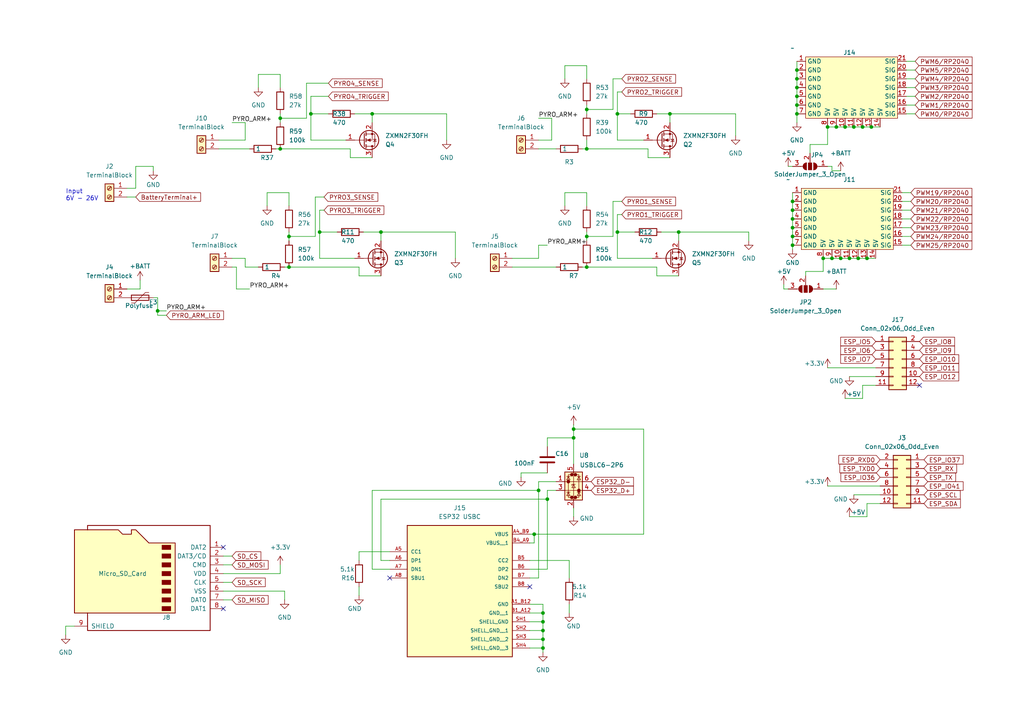
<source format=kicad_sch>
(kicad_sch (version 20231120) (generator "eeschema") (generator_version "8.0")
  (paper "A4")
  (lib_symbols
    (symbol "+3.3V_1" (power) (pin_numbers hide) (pin_names (offset 0) hide)
      (property "Value" "+3.3V" (at 0 3.556 0))
      (symbol "+3.3V_1_1_1"
        (pin power_in line (at 0 0 90) (length 0) (name "~") (number "1"))
      )
    )
    (symbol "+5V_1" (power) (pin_numbers hide) (pin_names (offset 0) hide)
      (property "Value" "+5V" (at 0 3.556 0))
      (symbol "+5V_1_1_1"
        (pin power_in line (at 0 0 90) (length 0) (name "~") (number "1"))
      )
    )
    (symbol "+BATT_1" (power) (pin_numbers hide) (pin_names (offset 0) hide)
      (property "Value" "+BATT" (at 0 3.556 0))
      (symbol "+BATT_1_1_1"
        (pin power_in line (at 0 0 90) (length 0) (name "~") (number "1"))
      )
    )
    (symbol "Conn03x05_1"
      (property "Reference" "J" (at 0 0 0))
      (symbol "Conn03x05_1_1_1"
        (pin power_in line (at 1.27 -3.81 0) (length 2.54) (name "GND") (number "1"))
        (pin power_in line (at 15.24 -22.86 90) (length 2.54) (name "5V") (number "10"))
        (pin power_in line (at 17.78 -22.86 90) (length 2.54) (name "5V") (number "11"))
        (pin power_in line (at 20.32 -22.86 90) (length 2.54) (name "5V") (number "12"))
        (pin power_in line (at 22.86 -22.86 90) (length 2.54) (name "5V") (number "13"))
        (pin power_in line (at 25.4 -22.86 90) (length 2.54) (name "5V") (number "14"))
        (pin bidirectional line (at 33.02 -19.05 180) (length 2.54) (name "SIG") (number "15"))
        (pin bidirectional line (at 33.02 -16.51 180) (length 2.54) (name "SIG") (number "16"))
        (pin bidirectional line (at 33.02 -13.97 180) (length 2.54) (name "SIG") (number "17"))
        (pin bidirectional line (at 33.02 -11.43 180) (length 2.54) (name "SIG") (number "18"))
        (pin bidirectional line (at 33.02 -8.89 180) (length 2.54) (name "SIG") (number "19"))
        (pin power_in line (at 1.27 -6.35 0) (length 2.54) (name "GND") (number "2"))
        (pin bidirectional line (at 33.02 -6.35 180) (length 2.54) (name "SIG") (number "20"))
        (pin bidirectional line (at 33.02 -3.81 180) (length 2.54) (name "SIG") (number "21"))
        (pin power_in line (at 1.27 -8.89 0) (length 2.54) (name "GND") (number "3"))
        (pin power_in line (at 1.27 -11.43 0) (length 2.54) (name "GND") (number "4"))
        (pin power_in line (at 1.27 -13.97 0) (length 2.54) (name "GND") (number "5"))
        (pin power_in line (at 1.27 -16.51 0) (length 2.54) (name "GND") (number "6"))
        (pin power_in line (at 1.27 -19.05 0) (length 2.54) (name "GND") (number "7"))
        (pin power_in line (at 10.16 -22.86 90) (length 2.54) (name "5V") (number "8"))
        (pin power_in line (at 12.7 -22.86 90) (length 2.54) (name "5V") (number "9"))
      )
    )
    (symbol "Connector:Micro_SD_Card" (pin_names (offset 1.016))
      (property "Reference" "J" (at -16.51 15.24 0))
      (property "Value" "Micro_SD_Card" (at 16.51 15.24 0))
      (symbol "Micro_SD_Card_1_1"
        (pin bidirectional line (at -22.86 7.62 0) (length 3.81) (name "DAT2") (number "1"))
        (pin bidirectional line (at -22.86 5.08 0) (length 3.81) (name "DAT3/CD") (number "2"))
        (pin input line (at -22.86 2.54 0) (length 3.81) (name "CMD") (number "3"))
        (pin power_in line (at -22.86 0 0) (length 3.81) (name "VDD") (number "4"))
        (pin input line (at -22.86 -2.54 0) (length 3.81) (name "CLK") (number "5"))
        (pin power_in line (at -22.86 -5.08 0) (length 3.81) (name "VSS") (number "6"))
        (pin bidirectional line (at -22.86 -7.62 0) (length 3.81) (name "DAT0") (number "7"))
        (pin bidirectional line (at -22.86 -10.16 0) (length 3.81) (name "DAT1") (number "8"))
        (pin passive line (at 20.32 -15.24 180) (length 3.81) (name "SHIELD") (number "9"))
      )
    )
    (symbol "Connector:Screw_Terminal_01x02" (pin_names (offset 1.016) hide)
      (property "Reference" "J" (at 0 2.54 0))
      (property "Value" "Screw_Terminal_01x02" (at 0 -5.08 0))
      (symbol "Screw_Terminal_01x02_1_1"
        (pin passive line (at -5.08 0 0) (length 3.81) (name "Pin_1") (number "1"))
        (pin passive line (at -5.08 -2.54 0) (length 3.81) (name "Pin_2") (number "2"))
      )
    )
    (symbol "Connector_Generic:Conn_02x06_Odd_Even" (pin_names (offset 1.016) hide)
      (property "Reference" "J" (at 1.27 7.62 0))
      (property "Value" "Conn_02x06_Odd_Even" (at 1.27 -10.16 0))
      (symbol "Conn_02x06_Odd_Even_1_1"
        (pin passive line (at -5.08 5.08 0) (length 3.81) (name "Pin_1") (number "1"))
        (pin passive line (at 7.62 -5.08 180) (length 3.81) (name "Pin_10") (number "10"))
        (pin passive line (at -5.08 -7.62 0) (length 3.81) (name "Pin_11") (number "11"))
        (pin passive line (at 7.62 -7.62 180) (length 3.81) (name "Pin_12") (number "12"))
        (pin passive line (at 7.62 5.08 180) (length 3.81) (name "Pin_2") (number "2"))
        (pin passive line (at -5.08 2.54 0) (length 3.81) (name "Pin_3") (number "3"))
        (pin passive line (at 7.62 2.54 180) (length 3.81) (name "Pin_4") (number "4"))
        (pin passive line (at -5.08 0 0) (length 3.81) (name "Pin_5") (number "5"))
        (pin passive line (at 7.62 0 180) (length 3.81) (name "Pin_6") (number "6"))
        (pin passive line (at -5.08 -2.54 0) (length 3.81) (name "Pin_7") (number "7"))
        (pin passive line (at 7.62 -2.54 180) (length 3.81) (name "Pin_8") (number "8"))
        (pin passive line (at -5.08 -5.08 0) (length 3.81) (name "Pin_9") (number "9"))
      )
    )
    (symbol "CustomLibrary:Conn03x05"
      (property "Reference" "J" (at 0 0 0))
      (symbol "Conn03x05_1_1"
        (pin power_in line (at 1.27 -3.81 0) (length 2.54) (name "GND") (number "1"))
        (pin power_in line (at 15.24 -22.86 90) (length 2.54) (name "5V") (number "10"))
        (pin power_in line (at 17.78 -22.86 90) (length 2.54) (name "5V") (number "11"))
        (pin power_in line (at 20.32 -22.86 90) (length 2.54) (name "5V") (number "12"))
        (pin power_in line (at 22.86 -22.86 90) (length 2.54) (name "5V") (number "13"))
        (pin power_in line (at 25.4 -22.86 90) (length 2.54) (name "5V") (number "14"))
        (pin bidirectional line (at 33.02 -19.05 180) (length 2.54) (name "SIG") (number "15"))
        (pin bidirectional line (at 33.02 -16.51 180) (length 2.54) (name "SIG") (number "16"))
        (pin bidirectional line (at 33.02 -13.97 180) (length 2.54) (name "SIG") (number "17"))
        (pin bidirectional line (at 33.02 -11.43 180) (length 2.54) (name "SIG") (number "18"))
        (pin bidirectional line (at 33.02 -8.89 180) (length 2.54) (name "SIG") (number "19"))
        (pin power_in line (at 1.27 -6.35 0) (length 2.54) (name "GND") (number "2"))
        (pin bidirectional line (at 33.02 -6.35 180) (length 2.54) (name "SIG") (number "20"))
        (pin bidirectional line (at 33.02 -3.81 180) (length 2.54) (name "SIG") (number "21"))
        (pin power_in line (at 1.27 -8.89 0) (length 2.54) (name "GND") (number "3"))
        (pin power_in line (at 1.27 -11.43 0) (length 2.54) (name "GND") (number "4"))
        (pin power_in line (at 1.27 -13.97 0) (length 2.54) (name "GND") (number "5"))
        (pin power_in line (at 1.27 -16.51 0) (length 2.54) (name "GND") (number "6"))
        (pin power_in line (at 1.27 -19.05 0) (length 2.54) (name "GND") (number "7"))
        (pin power_in line (at 10.16 -22.86 90) (length 2.54) (name "5V") (number "8"))
        (pin power_in line (at 12.7 -22.86 90) (length 2.54) (name "5V") (number "9"))
      )
    )
    (symbol "Device:C" (pin_numbers hide) (pin_names (offset 0.254))
      (property "Reference" "C" (at 0.635 2.54 0))
      (property "Value" "C" (at 0.635 -2.54 0))
      (symbol "C_1_1"
        (pin passive line (at 0 3.81 270) (length 2.794) (name "~") (number "1"))
        (pin passive line (at 0 -3.81 90) (length 2.794) (name "~") (number "2"))
      )
    )
    (symbol "Device:Polyfuse" (pin_numbers hide) (pin_names (offset 0))
      (property "Reference" "F" (at -2.54 0 90))
      (property "Value" "Polyfuse" (at 2.54 0 90))
      (symbol "Polyfuse_1_1"
        (pin passive line (at 0 3.81 270) (length 1.27) (name "~") (number "1"))
        (pin passive line (at 0 -3.81 90) (length 1.27) (name "~") (number "2"))
      )
    )
    (symbol "Device:R" (pin_numbers hide) (pin_names (offset 0))
      (property "Reference" "R" (at 2.032 0 90))
      (property "Value" "R" (at 0 0 90))
      (symbol "R_1_1"
        (pin passive line (at 0 3.81 270) (length 1.27) (name "~") (number "1"))
        (pin passive line (at 0 -3.81 90) (length 1.27) (name "~") (number "2"))
      )
    )
    (symbol "GND_1" (power) (pin_numbers hide) (pin_names (offset 0) hide)
      (property "Value" "GND" (at 0 -3.81 0))
      (symbol "GND_1_1_1"
        (pin power_in line (at 0 0 270) (length 0) (name "~") (number "1"))
      )
    )
    (symbol "GND_2" (power) (pin_numbers hide) (pin_names (offset 0) hide)
      (property "Value" "GND" (at 0 -3.81 0))
      (symbol "GND_2_1_1"
        (pin power_in line (at 0 0 270) (length 0) (name "~") (number "1"))
      )
    )
    (symbol "GND_3" (power) (pin_numbers hide) (pin_names (offset 0) hide)
      (property "Value" "GND" (at 0 -3.81 0))
      (symbol "GND_3_1_1"
        (pin power_in line (at 0 0 270) (length 0) (name "~") (number "1"))
      )
    )
    (symbol "GND_4" (power) (pin_numbers hide) (pin_names (offset 0) hide)
      (property "Value" "GND" (at 0 -3.81 0))
      (symbol "GND_4_1_1"
        (pin power_in line (at 0 0 270) (length 0) (name "~") (number "1"))
      )
    )
    (symbol "GND_5" (power) (pin_numbers hide) (pin_names (offset 0) hide)
      (property "Value" "GND" (at 0 -3.81 0))
      (symbol "GND_5_1_1"
        (pin power_in line (at 0 0 270) (length 0) (name "~") (number "1"))
      )
    )
    (symbol "Jumper:SolderJumper_3_Open" (pin_names (offset 0) hide)
      (property "Reference" "JP" (at -2.54 -2.54 0))
      (property "Value" "SolderJumper_3_Open" (at 0 2.794 0))
      (symbol "SolderJumper_3_Open_1_1"
        (pin passive line (at -5.08 0 0) (length 2.54) (name "A") (number "1"))
        (pin passive line (at 0 -3.81 90) (length 2.54) (name "C") (number "2"))
        (pin passive line (at 5.08 0 180) (length 2.54) (name "B") (number "3"))
      )
    )
    (symbol "Power_Protection:USBLC6-2P6" (pin_names hide)
      (property "Reference" "U" (at 0.635 5.715 0))
      (property "Value" "USBLC6-2P6" (at 0.635 3.81 0))
      (symbol "USBLC6-2P6_1_1"
        (pin passive line (at -5.08 0 0) (length 2.54) (name "I/O1") (number "1"))
        (pin passive line (at 0 -7.62 90) (length 2.54) (name "GND") (number "2"))
        (pin passive line (at -5.08 -2.54 0) (length 2.54) (name "I/O2") (number "3"))
        (pin passive line (at 5.08 -2.54 180) (length 2.54) (name "I/O2") (number "4"))
        (pin passive line (at 0 5.08 270) (length 2.54) (name "VBUS") (number "5"))
        (pin passive line (at 5.08 0 180) (length 2.54) (name "I/O1") (number "6"))
      )
    )
    (symbol "Transistor_FET:ZXMN2F30FH" (pin_names hide)
      (property "Reference" "Q" (at 5.08 1.905 0))
      (property "Value" "ZXMN2F30FH" (at 5.08 0 0))
      (symbol "ZXMN2F30FH_1_1"
        (pin input line (at -5.08 0 0) (length 2.54) (name "G") (number "1"))
        (pin passive line (at 2.54 -5.08 90) (length 2.54) (name "S") (number "2"))
        (pin passive line (at 2.54 5.08 270) (length 2.54) (name "D") (number "3"))
      )
    )
    (symbol "USBC:USB4105-GF-A" (pin_names (offset 1.016))
      (property "Reference" "J" (at -15.24 13.97 0))
      (property "Value" "USB4105-GF-A" (at -15.24 -27.94 0))
      (symbol "USB4105-GF-A_0_0"
        (pin power_in line (at 20.32 -10.16 180) (length 5.08) (name "GND") (number "A1_B12"))
        (pin power_in line (at 20.32 10.16 180) (length 5.08) (name "VBUS") (number "A4_B9"))
        (pin bidirectional line (at -20.32 5.08 0) (length 5.08) (name "CC1") (number "A5"))
        (pin bidirectional line (at -20.32 2.54 0) (length 5.08) (name "DP1") (number "A6"))
        (pin bidirectional line (at -20.32 0 0) (length 5.08) (name "DN1") (number "A7"))
        (pin bidirectional line (at -20.32 -2.54 0) (length 5.08) (name "SBU1") (number "A8"))
        (pin power_in line (at 20.32 -12.7 180) (length 5.08) (name "GND__1") (number "B1_A12"))
        (pin power_in line (at 20.32 7.62 180) (length 5.08) (name "VBUS__1") (number "B4_A9"))
        (pin bidirectional line (at 20.32 2.54 180) (length 5.08) (name "CC2") (number "B5"))
        (pin bidirectional line (at 20.32 0 180) (length 5.08) (name "DP2") (number "B6"))
        (pin bidirectional line (at 20.32 -2.54 180) (length 5.08) (name "DN2") (number "B7"))
        (pin bidirectional line (at 20.32 -5.08 180) (length 5.08) (name "SBU2") (number "B8"))
        (pin power_in line (at 20.32 -15.24 180) (length 5.08) (name "SHELL_GND") (number "SH1"))
        (pin power_in line (at 20.32 -17.78 180) (length 5.08) (name "SHELL_GND__1") (number "SH2"))
        (pin power_in line (at 20.32 -20.32 180) (length 5.08) (name "SHELL_GND__2") (number "SH3"))
        (pin power_in line (at 20.32 -22.86 180) (length 5.08) (name "SHELL_GND__3") (number "SH4"))
      )
    )
    (symbol "power:+3.3V" (power) (pin_names (offset 0))
      (property "Value" "+3.3V" (at 0 3.556 0))
      (symbol "+3.3V_1_1"
        (pin power_in line (at 0 0 90) (length 0) hide (name "+3.3V") (number "1"))
      )
    )
    (symbol "power:+5V" (power) (pin_names (offset 0))
      (property "Value" "+5V" (at 0 3.556 0))
      (symbol "+5V_1_1"
        (pin power_in line (at 0 0 90) (length 0) hide (name "+5V") (number "1"))
      )
    )
    (symbol "power:+BATT" (power) (pin_names (offset 0))
      (property "Value" "+BATT" (at 0 3.556 0))
      (symbol "+BATT_1_1"
        (pin power_in line (at 0 0 90) (length 0) hide (name "+BATT") (number "1"))
      )
    )
    (symbol "power:GND" (power) (pin_names (offset 0))
      (property "Value" "GND" (at 0 -3.81 0))
      (symbol "GND_1_1"
        (pin power_in line (at 0 0 270) (length 0) hide (name "GND") (number "1"))
      )
    )
  )
  (junction (at 157.48 187.96))
  (junction (at 81.28 34.29))
  (junction (at 83.82 68.58))
  (junction (at 231.14 25.4))
  (junction (at 156.21 142.24))
  (junction (at 157.48 177.8))
  (junction (at 157.48 182.88))
  (junction (at 45.72 90.17))
  (junction (at 170.18 77.47))
  (junction (at 179.07 67.31))
  (junction (at 170.18 43.18))
  (junction (at 231.14 27.94))
  (junction (at 250.19 36.83))
  (junction (at 110.49 67.31))
  (junction (at 166.37 124.46))
  (junction (at 81.28 43.18))
  (junction (at 248.92 74.93))
  (junction (at 229.87 58.42))
  (junction (at 240.03 36.83))
  (junction (at 231.14 22.86))
  (junction (at 90.17 33.02))
  (junction (at 246.38 74.93))
  (junction (at 231.14 33.02))
  (junction (at 243.84 74.93))
  (junction (at 158.75 144.78))
  (junction (at 166.37 127))
  (junction (at 194.31 33.02))
  (junction (at 229.87 63.5))
  (junction (at 231.14 30.48))
  (junction (at 179.07 33.02))
  (junction (at 229.87 66.04))
  (junction (at 229.87 71.12))
  (junction (at 83.82 77.47))
  (junction (at 251.46 74.93))
  (junction (at 231.14 20.32))
  (junction (at 92.71 67.31))
  (junction (at 157.48 180.34))
  (junction (at 107.95 33.02))
  (junction (at 154.94 154.94))
  (junction (at 241.3 74.93))
  (junction (at 247.65 36.83))
  (junction (at 170.18 31.75))
  (junction (at 229.87 68.58))
  (junction (at 196.85 67.31))
  (junction (at 238.76 74.93))
  (junction (at 229.87 60.96))
  (junction (at 245.11 36.83))
  (junction (at 170.18 68.58))
  (junction (at 242.57 36.83))
  (junction (at 252.73 36.83))
  (junction (at 157.48 185.42))
  (no_connect (at 266.7 111.76))
  (no_connect (at 113.03 167.64))
  (no_connect (at 153.67 170.18))
  (no_connect (at 64.77 158.75))
  (no_connect (at 64.77 176.53))
  (wire (pts (xy 154.94 154.94) (xy 153.67 154.94)))
  (wire (pts (xy 157.48 180.34) (xy 157.48 182.88)))
  (wire (pts (xy 170.18 30.48) (xy 170.18 31.75)))
  (wire (pts (xy 231.14 27.94) (xy 231.14 30.48)))
  (wire (pts (xy 170.18 68.58) (xy 170.18 69.85)))
  (wire (pts (xy 177.8 58.42) (xy 177.8 68.58)))
  (wire (pts (xy 92.71 60.96) (xy 92.71 67.31)))
  (wire (pts (xy 95.25 27.94) (xy 90.17 27.94)))
  (wire (pts (xy 246.38 109.22) (xy 254 109.22)))
  (wire (pts (xy 63.5 40.64) (xy 71.12 40.64)))
  (wire (pts (xy 91.44 57.15) (xy 91.44 68.58)))
  (wire (pts (xy 81.28 163.83) (xy 81.28 166.37)))
  (wire (pts (xy 110.49 67.31) (xy 132.08 67.31)))
  (wire (pts (xy 157.48 185.42) (xy 157.48 187.96)))
  (wire (pts (xy 265.43 27.94) (xy 262.89 27.94)))
  (wire (pts (xy 247.65 143.51) (xy 255.27 143.51)))
  (wire (pts (xy 83.82 55.88) (xy 83.82 59.69)))
  (wire (pts (xy 157.48 187.96) (xy 157.48 189.23)))
  (wire (pts (xy 240.03 41.91) (xy 240.03 36.83)))
  (wire (pts (xy 264.16 58.42) (xy 261.62 58.42)))
  (wire (pts (xy 102.87 33.02) (xy 107.95 33.02)))
  (wire (pts (xy 153.67 177.8) (xy 157.48 177.8)))
  (wire (pts (xy 92.71 74.93) (xy 102.87 74.93)))
  (wire (pts (xy 179.07 26.67) (xy 179.07 33.02)))
  (wire (pts (xy 170.18 40.64) (xy 170.18 43.18)))
  (wire (pts (xy 90.17 33.02) (xy 90.17 40.64)))
  (wire (pts (xy 110.49 162.56) (xy 113.03 162.56)))
  (wire (pts (xy 177.8 22.86) (xy 177.8 31.75)))
  (wire (pts (xy 64.77 168.91) (xy 67.31 168.91)))
  (wire (pts (xy 265.43 17.78) (xy 262.89 17.78)))
  (wire (pts (xy 170.18 67.31) (xy 170.18 68.58)))
  (wire (pts (xy 166.37 124.46) (xy 166.37 127)))
  (wire (pts (xy 97.79 67.31) (xy 92.71 67.31)))
  (wire (pts (xy 77.47 55.88) (xy 83.82 55.88)))
  (wire (pts (xy 81.28 34.29) (xy 81.28 35.56)))
  (wire (pts (xy 110.49 144.78) (xy 158.75 144.78)))
  (wire (pts (xy 264.16 71.12) (xy 261.62 71.12)))
  (wire (pts (xy 148.59 77.47) (xy 161.29 77.47)))
  (wire (pts (xy 265.43 30.48) (xy 262.89 30.48)))
  (wire (pts (xy 158.75 142.24) (xy 161.29 142.24)))
  (wire (pts (xy 246.38 74.93) (xy 248.92 74.93)))
  (wire (pts (xy 45.72 91.44) (xy 45.72 90.17)))
  (wire (pts (xy 101.6 45.72) (xy 107.95 45.72)))
  (wire (pts (xy 156.21 71.12) (xy 158.75 71.12)))
  (wire (pts (xy 231.14 25.4) (xy 231.14 27.94)))
  (wire (pts (xy 233.68 78.74) (xy 238.76 78.74)))
  (wire (pts (xy 163.83 59.69) (xy 163.83 55.88)))
  (wire (pts (xy 153.67 180.34) (xy 157.48 180.34)))
  (wire (pts (xy 154.94 157.48) (xy 154.94 154.94)))
  (wire (pts (xy 156.21 40.64) (xy 160.02 40.64)))
  (wire (pts (xy 67.31 77.47) (xy 68.58 77.47)))
  (wire (pts (xy 88.9 34.29) (xy 81.28 34.29)))
  (wire (pts (xy 82.55 77.47) (xy 83.82 77.47)))
  (wire (pts (xy 81.28 33.02) (xy 81.28 34.29)))
  (wire (pts (xy 252.73 36.83) (xy 255.27 36.83)))
  (wire (pts (xy 228.6 48.26) (xy 229.87 48.26)))
  (wire (pts (xy 231.14 17.78) (xy 231.14 20.32)))
  (wire (pts (xy 166.37 127) (xy 158.75 127)))
  (wire (pts (xy 45.72 90.17) (xy 48.26 90.17)))
  (wire (pts (xy 190.5 33.02) (xy 194.31 33.02)))
  (wire (pts (xy 264.16 55.88) (xy 261.62 55.88)))
  (wire (pts (xy 264.16 60.96) (xy 261.62 60.96)))
  (wire (pts (xy 180.34 62.23) (xy 179.07 62.23)))
  (wire (pts (xy 153.67 162.56) (xy 165.1 162.56)))
  (wire (pts (xy 158.75 165.1) (xy 153.67 165.1)))
  (wire (pts (xy 217.17 67.31) (xy 217.17 69.85)))
  (wire (pts (xy 107.95 142.24) (xy 156.21 142.24)))
  (wire (pts (xy 251.46 149.86) (xy 251.46 146.05)))
  (wire (pts (xy 186.69 154.94) (xy 154.94 154.94)))
  (wire (pts (xy 229.87 55.88) (xy 229.87 58.42)))
  (wire (pts (xy 39.37 48.26) (xy 39.37 54.61)))
  (wire (pts (xy 213.36 33.02) (xy 213.36 39.37)))
  (wire (pts (xy 227.33 83.82) (xy 228.6 83.82)))
  (wire (pts (xy 107.95 33.02) (xy 107.95 35.56)))
  (wire (pts (xy 19.05 184.15) (xy 19.05 181.61)))
  (wire (pts (xy 231.14 20.32) (xy 231.14 22.86)))
  (wire (pts (xy 238.76 83.82) (xy 242.57 83.82)))
  (wire (pts (xy 187.96 45.72) (xy 194.31 45.72)))
  (wire (pts (xy 170.18 31.75) (xy 170.18 33.02)))
  (wire (pts (xy 153.67 175.26) (xy 157.48 175.26)))
  (wire (pts (xy 180.34 26.67) (xy 179.07 26.67)))
  (wire (pts (xy 36.83 54.61) (xy 39.37 54.61)))
  (wire (pts (xy 229.87 66.04) (xy 229.87 68.58)))
  (wire (pts (xy 229.87 63.5) (xy 229.87 66.04)))
  (wire (pts (xy 156.21 74.93) (xy 156.21 71.12)))
  (wire (pts (xy 90.17 27.94) (xy 90.17 33.02)))
  (wire (pts (xy 179.07 74.93) (xy 189.23 74.93)))
  (wire (pts (xy 101.6 43.18) (xy 101.6 45.72)))
  (wire (pts (xy 179.07 62.23) (xy 179.07 67.31)))
  (wire (pts (xy 229.87 60.96) (xy 229.87 63.5)))
  (wire (pts (xy 156.21 43.18) (xy 161.29 43.18)))
  (wire (pts (xy 186.69 124.46) (xy 186.69 154.94)))
  (wire (pts (xy 45.72 90.17) (xy 45.72 86.36)))
  (wire (pts (xy 250.19 115.57) (xy 250.19 111.76)))
  (wire (pts (xy 190.5 77.47) (xy 190.5 80.01)))
  (wire (pts (xy 168.91 43.18) (xy 170.18 43.18)))
  (wire (pts (xy 177.8 31.75) (xy 170.18 31.75)))
  (wire (pts (xy 81.28 166.37) (xy 64.77 166.37)))
  (wire (pts (xy 40.64 81.28) (xy 40.64 83.82)))
  (wire (pts (xy 74.93 21.59) (xy 81.28 21.59)))
  (wire (pts (xy 233.68 78.74) (xy 233.68 80.01)))
  (wire (pts (xy 110.49 144.78) (xy 110.49 162.56)))
  (wire (pts (xy 170.18 55.88) (xy 170.18 59.69)))
  (wire (pts (xy 91.44 68.58) (xy 83.82 68.58)))
  (wire (pts (xy 247.65 36.83) (xy 250.19 36.83)))
  (wire (pts (xy 80.01 43.18) (xy 81.28 43.18)))
  (wire (pts (xy 158.75 127) (xy 158.75 129.54)))
  (wire (pts (xy 229.87 71.12) (xy 229.87 68.58)))
  (wire (pts (xy 264.16 66.04) (xy 261.62 66.04)))
  (wire (pts (xy 264.16 68.58) (xy 261.62 68.58)))
  (wire (pts (xy 160.02 40.64) (xy 160.02 34.29)))
  (wire (pts (xy 231.14 33.02) (xy 231.14 30.48)))
  (wire (pts (xy 186.69 124.46) (xy 166.37 124.46)))
  (wire (pts (xy 194.31 33.02) (xy 213.36 33.02)))
  (wire (pts (xy 166.37 134.62) (xy 166.37 127)))
  (wire (pts (xy 151.13 137.16) (xy 158.75 137.16)))
  (wire (pts (xy 82.55 173.99) (xy 82.55 171.45)))
  (wire (pts (xy 251.46 146.05) (xy 255.27 146.05)))
  (wire (pts (xy 158.75 144.78) (xy 158.75 142.24)))
  (wire (pts (xy 165.1 162.56) (xy 165.1 167.64)))
  (wire (pts (xy 157.48 182.88) (xy 157.48 185.42)))
  (wire (pts (xy 265.43 20.32) (xy 262.89 20.32)))
  (wire (pts (xy 246.38 149.86) (xy 251.46 149.86)))
  (wire (pts (xy 168.91 77.47) (xy 170.18 77.47)))
  (wire (pts (xy 64.77 173.99) (xy 67.31 173.99)))
  (wire (pts (xy 243.84 74.93) (xy 246.38 74.93)))
  (wire (pts (xy 166.37 147.32) (xy 166.37 149.86)))
  (wire (pts (xy 170.18 19.05) (xy 170.18 22.86)))
  (wire (pts (xy 151.13 138.43) (xy 151.13 137.16)))
  (wire (pts (xy 91.44 57.15) (xy 93.98 57.15)))
  (wire (pts (xy 158.75 144.78) (xy 158.75 165.1)))
  (wire (pts (xy 92.71 67.31) (xy 92.71 74.93)))
  (wire (pts (xy 88.9 24.13) (xy 88.9 34.29)))
  (wire (pts (xy 83.82 68.58) (xy 83.82 69.85)))
  (wire (pts (xy 177.8 68.58) (xy 170.18 68.58)))
  (wire (pts (xy 163.83 55.88) (xy 170.18 55.88)))
  (wire (pts (xy 44.45 48.26) (xy 44.45 49.53)))
  (wire (pts (xy 81.28 43.18) (xy 101.6 43.18)))
  (wire (pts (xy 104.14 172.72) (xy 104.14 170.18)))
  (wire (pts (xy 156.21 139.7) (xy 161.29 139.7)))
  (wire (pts (xy 241.3 48.26) (xy 241.3 49.53)))
  (wire (pts (xy 187.96 43.18) (xy 187.96 45.72)))
  (wire (pts (xy 148.59 74.93) (xy 156.21 74.93)))
  (wire (pts (xy 129.54 33.02) (xy 129.54 40.64)))
  (wire (pts (xy 242.57 36.83) (xy 245.11 36.83)))
  (wire (pts (xy 68.58 83.82) (xy 72.39 83.82)))
  (wire (pts (xy 238.76 74.93) (xy 241.3 74.93)))
  (wire (pts (xy 229.87 58.42) (xy 229.87 60.96)))
  (wire (pts (xy 153.67 182.88) (xy 157.48 182.88)))
  (wire (pts (xy 265.43 22.86) (xy 262.89 22.86)))
  (wire (pts (xy 153.67 185.42) (xy 157.48 185.42)))
  (wire (pts (xy 179.07 40.64) (xy 186.69 40.64)))
  (wire (pts (xy 196.85 67.31) (xy 217.17 67.31)))
  (wire (pts (xy 71.12 35.56) (xy 67.31 35.56)))
  (wire (pts (xy 157.48 175.26) (xy 157.48 177.8)))
  (wire (pts (xy 104.14 80.01) (xy 110.49 80.01)))
  (wire (pts (xy 71.12 74.93) (xy 71.12 77.47)))
  (wire (pts (xy 113.03 165.1) (xy 107.95 165.1)))
  (wire (pts (xy 240.03 36.83) (xy 242.57 36.83)))
  (wire (pts (xy 39.37 48.26) (xy 44.45 48.26)))
  (wire (pts (xy 245.11 36.83) (xy 247.65 36.83)))
  (wire (pts (xy 234.95 41.91) (xy 240.03 41.91)))
  (wire (pts (xy 180.34 22.86) (xy 177.8 22.86)))
  (wire (pts (xy 182.88 33.02) (xy 179.07 33.02)))
  (wire (pts (xy 227.33 83.82) (xy 227.33 82.55)))
  (wire (pts (xy 107.95 33.02) (xy 129.54 33.02)))
  (wire (pts (xy 240.03 106.68) (xy 254 106.68)))
  (wire (pts (xy 238.76 78.74) (xy 238.76 74.93)))
  (wire (pts (xy 77.47 59.69) (xy 77.47 55.88)))
  (wire (pts (xy 82.55 171.45) (xy 64.77 171.45)))
  (wire (pts (xy 48.26 91.44) (xy 45.72 91.44)))
  (wire (pts (xy 165.1 177.8) (xy 165.1 175.26)))
  (wire (pts (xy 104.14 77.47) (xy 104.14 80.01)))
  (wire (pts (xy 81.28 21.59) (xy 81.28 25.4)))
  (wire (pts (xy 179.07 33.02) (xy 179.07 40.64)))
  (wire (pts (xy 163.83 22.86) (xy 163.83 19.05)))
  (wire (pts (xy 179.07 67.31) (xy 179.07 74.93)))
  (wire (pts (xy 90.17 40.64) (xy 100.33 40.64)))
  (wire (pts (xy 19.05 181.61) (xy 21.59 181.61)))
  (wire (pts (xy 36.83 83.82) (xy 40.64 83.82)))
  (wire (pts (xy 196.85 67.31) (xy 196.85 69.85)))
  (wire (pts (xy 45.72 86.36) (xy 44.45 86.36)))
  (wire (pts (xy 250.19 111.76) (xy 254 111.76)))
  (wire (pts (xy 240.03 140.97) (xy 255.27 140.97)))
  (wire (pts (xy 250.19 36.83) (xy 252.73 36.83)))
  (wire (pts (xy 177.8 58.42) (xy 180.34 58.42)))
  (wire (pts (xy 153.67 157.48) (xy 154.94 157.48)))
  (wire (pts (xy 107.95 165.1) (xy 107.95 142.24)))
  (wire (pts (xy 71.12 77.47) (xy 74.93 77.47)))
  (wire (pts (xy 93.98 60.96) (xy 92.71 60.96)))
  (wire (pts (xy 64.77 163.83) (xy 67.31 163.83)))
  (wire (pts (xy 265.43 25.4) (xy 262.89 25.4)))
  (wire (pts (xy 153.67 167.64) (xy 156.21 167.64)))
  (wire (pts (xy 231.14 22.86) (xy 231.14 25.4)))
  (wire (pts (xy 234.95 41.91) (xy 234.95 44.45)))
  (wire (pts (xy 191.77 67.31) (xy 196.85 67.31)))
  (wire (pts (xy 170.18 43.18) (xy 187.96 43.18)))
  (wire (pts (xy 156.21 167.64) (xy 156.21 142.24)))
  (wire (pts (xy 153.67 187.96) (xy 157.48 187.96)))
  (wire (pts (xy 104.14 160.02) (xy 113.03 160.02)))
  (wire (pts (xy 184.15 67.31) (xy 179.07 67.31)))
  (wire (pts (xy 241.3 74.93) (xy 243.84 74.93)))
  (wire (pts (xy 74.93 25.4) (xy 74.93 21.59)))
  (wire (pts (xy 190.5 80.01) (xy 196.85 80.01)))
  (wire (pts (xy 160.02 34.29) (xy 156.21 34.29)))
  (wire (pts (xy 245.11 115.57) (xy 250.19 115.57)))
  (wire (pts (xy 156.21 142.24) (xy 156.21 139.7)))
  (wire (pts (xy 166.37 123.19) (xy 166.37 124.46)))
  (wire (pts (xy 231.14 35.56) (xy 231.14 33.02)))
  (wire (pts (xy 63.5 43.18) (xy 72.39 43.18)))
  (wire (pts (xy 170.18 77.47) (xy 190.5 77.47)))
  (wire (pts (xy 163.83 19.05) (xy 170.18 19.05)))
  (wire (pts (xy 265.43 33.02) (xy 262.89 33.02)))
  (wire (pts (xy 241.3 49.53) (xy 243.84 49.53)))
  (wire (pts (xy 240.03 48.26) (xy 241.3 48.26)))
  (wire (pts (xy 71.12 40.64) (xy 71.12 35.56)))
  (wire (pts (xy 132.08 67.31) (xy 132.08 74.93)))
  (wire (pts (xy 194.31 33.02) (xy 194.31 35.56)))
  (wire (pts (xy 83.82 67.31) (xy 83.82 68.58)))
  (wire (pts (xy 157.48 177.8) (xy 157.48 180.34)))
  (wire (pts (xy 229.87 72.39) (xy 229.87 71.12)))
  (wire (pts (xy 248.92 74.93) (xy 251.46 74.93)))
  (wire (pts (xy 88.9 24.13) (xy 95.25 24.13)))
  (wire (pts (xy 36.83 57.15) (xy 39.37 57.15)))
  (wire (pts (xy 110.49 67.31) (xy 110.49 69.85)))
  (wire (pts (xy 105.41 67.31) (xy 110.49 67.31)))
  (wire (pts (xy 64.77 161.29) (xy 67.31 161.29)))
  (wire (pts (xy 68.58 77.47) (xy 68.58 83.82)))
  (wire (pts (xy 83.82 77.47) (xy 104.14 77.47)))
  (wire (pts (xy 104.14 162.56) (xy 104.14 160.02)))
  (wire (pts (xy 67.31 74.93) (xy 71.12 74.93)))
  (wire (pts (xy 251.46 74.93) (xy 254 74.93)))
  (wire (pts (xy 95.25 33.02) (xy 90.17 33.02)))
  (wire (pts (xy 264.16 63.5) (xy 261.62 63.5)))
  (text "Input \n6V - 26V" (at 19.05 58.42 0) (effects (font (size 1.27 1.27)) (justify left bottom)))
  (label "PYRO_ARM+" (at 158.75 71.12 0))
  (label "PYRO_ARM+" (at 67.31 35.56 0))
  (label "PYRO_ARM+" (at 48.26 90.17 0))
  (label "PYRO_ARM+" (at 72.39 83.82 0))
  (label "PYRO_ARM+" (at 156.21 34.29 0))
  (global_label "ESP_RXD0" (shape input) (at 255.27 133.35 180) (property "Intersheetrefs" "${INTERSHEET_REFS}" (effects (hide yes))))
  (global_label "BatteryTerminal+" (shape input) (at 39.37 57.15 0) (property "Intersheetrefs" "${INTERSHEET_REFS}" (effects (hide yes))))
  (global_label "PYRO2_TRIGGER" (shape input) (at 180.34 26.67 0) (property "Intersheetrefs" "${INTERSHEET_REFS}" (effects (hide yes))))
  (global_label "PWM23{slash}RP2040" (shape input) (at 264.16 66.04 0) (property "Intersheetrefs" "${INTERSHEET_REFS}" (effects (hide yes))))
  (global_label "ESP_IO8" (shape input) (at 266.7 99.06 0) (property "Intersheetrefs" "${INTERSHEET_REFS}" (effects (hide yes))))
  (global_label "PWM20{slash}RP2040" (shape input) (at 264.16 58.42 0) (property "Intersheetrefs" "${INTERSHEET_REFS}" (effects (hide yes))))
  (global_label "PWM3{slash}RP2040" (shape input) (at 265.43 25.4 0) (property "Intersheetrefs" "${INTERSHEET_REFS}" (effects (hide yes))))
  (global_label "PWM0{slash}RP2040" (shape input) (at 265.43 33.02 0) (property "Intersheetrefs" "${INTERSHEET_REFS}" (effects (hide yes))))
  (global_label "SD_CS" (shape input) (at 67.31 161.29 0) (property "Intersheetrefs" "${INTERSHEET_REFS}" (effects (hide yes))))
  (global_label "PWM6{slash}RP2040" (shape input) (at 265.43 17.78 0) (property "Intersheetrefs" "${INTERSHEET_REFS}" (effects (hide yes))))
  (global_label "ESP_IO36" (shape input) (at 255.27 138.43 180) (property "Intersheetrefs" "${INTERSHEET_REFS}" (effects (hide yes))))
  (global_label "PYRO4_TRIGGER" (shape input) (at 95.25 27.94 0) (property "Intersheetrefs" "${INTERSHEET_REFS}" (effects (hide yes))))
  (global_label "PWM4{slash}RP2040" (shape input) (at 265.43 22.86 0) (property "Intersheetrefs" "${INTERSHEET_REFS}" (effects (hide yes))))
  (global_label "PWM2{slash}RP2040" (shape input) (at 265.43 27.94 0) (property "Intersheetrefs" "${INTERSHEET_REFS}" (effects (hide yes))))
  (global_label "SD_MOSI" (shape input) (at 67.31 163.83 0) (property "Intersheetrefs" "${INTERSHEET_REFS}" (effects (hide yes))))
  (global_label "PYRO_ARM_LED" (shape input) (at 48.26 91.44 0) (property "Intersheetrefs" "${INTERSHEET_REFS}" (effects (hide yes))))
  (global_label "PYRO2_SENSE" (shape input) (at 180.34 22.86 0) (property "Intersheetrefs" "${INTERSHEET_REFS}" (effects (hide yes))))
  (global_label "ESP_IO10" (shape input) (at 266.7 104.14 0) (property "Intersheetrefs" "${INTERSHEET_REFS}" (effects (hide yes))))
  (global_label "ESP_IO6" (shape input) (at 254 101.6 180) (property "Intersheetrefs" "${INTERSHEET_REFS}" (effects (hide yes))))
  (global_label "PWM21{slash}RP2040" (shape input) (at 264.16 60.96 0) (property "Intersheetrefs" "${INTERSHEET_REFS}" (effects (hide yes))))
  (global_label "ESP_IO11" (shape input) (at 266.7 106.68 0) (property "Intersheetrefs" "${INTERSHEET_REFS}" (effects (hide yes))))
  (global_label "PWM25{slash}RP2040" (shape input) (at 264.16 71.12 0) (property "Intersheetrefs" "${INTERSHEET_REFS}" (effects (hide yes))))
  (global_label "SD_SCK" (shape input) (at 67.31 168.91 0) (property "Intersheetrefs" "${INTERSHEET_REFS}" (effects (hide yes))))
  (global_label "PWM24{slash}RP2040" (shape input) (at 264.16 68.58 0) (property "Intersheetrefs" "${INTERSHEET_REFS}" (effects (hide yes))))
  (global_label "PWM1{slash}RP2040" (shape input) (at 265.43 30.48 0) (property "Intersheetrefs" "${INTERSHEET_REFS}" (effects (hide yes))))
  (global_label "ESP_SDA" (shape input) (at 267.97 146.05 0) (property "Intersheetrefs" "${INTERSHEET_REFS}" (effects (hide yes))))
  (global_label "PYRO3_SENSE" (shape input) (at 93.98 57.15 0) (property "Intersheetrefs" "${INTERSHEET_REFS}" (effects (hide yes))))
  (global_label "SD_MISO" (shape input) (at 67.31 173.99 0) (property "Intersheetrefs" "${INTERSHEET_REFS}" (effects (hide yes))))
  (global_label "ESP_TXD0" (shape input) (at 255.27 135.89 180) (property "Intersheetrefs" "${INTERSHEET_REFS}" (effects (hide yes))))
  (global_label "ESP_TX" (shape input) (at 267.97 138.43 0) (property "Intersheetrefs" "${INTERSHEET_REFS}" (effects (hide yes))))
  (global_label "ESP_IO12" (shape input) (at 266.7 109.22 0) (property "Intersheetrefs" "${INTERSHEET_REFS}" (effects (hide yes))))
  (global_label "ESP_IO7" (shape input) (at 254 104.14 180) (property "Intersheetrefs" "${INTERSHEET_REFS}" (effects (hide yes))))
  (global_label "ESP_RX" (shape input) (at 267.97 135.89 0) (property "Intersheetrefs" "${INTERSHEET_REFS}" (effects (hide yes))))
  (global_label "ESP_SCL" (shape input) (at 267.97 143.51 0) (property "Intersheetrefs" "${INTERSHEET_REFS}" (effects (hide yes))))
  (global_label "PWM19{slash}RP2040" (shape input) (at 264.16 55.88 0) (property "Intersheetrefs" "${INTERSHEET_REFS}" (effects (hide yes))))
  (global_label "ESP_IO37" (shape input) (at 267.97 133.35 0) (property "Intersheetrefs" "${INTERSHEET_REFS}" (effects (hide yes))))
  (global_label "PWM5{slash}RP2040" (shape input) (at 265.43 20.32 0) (property "Intersheetrefs" "${INTERSHEET_REFS}" (effects (hide yes))))
  (global_label "PWM22{slash}RP2040" (shape input) (at 264.16 63.5 0) (property "Intersheetrefs" "${INTERSHEET_REFS}" (effects (hide yes))))
  (global_label "PYRO4_SENSE" (shape input) (at 95.25 24.13 0) (property "Intersheetrefs" "${INTERSHEET_REFS}" (effects (hide yes))))
  (global_label "ESP_IO9" (shape input) (at 266.7 101.6 0) (property "Intersheetrefs" "${INTERSHEET_REFS}" (effects (hide yes))))
  (global_label "ESP_IO5" (shape input) (at 254 99.06 180) (property "Intersheetrefs" "${INTERSHEET_REFS}" (effects (hide yes))))
  (global_label "PYRO1_SENSE" (shape input) (at 180.34 58.42 0) (property "Intersheetrefs" "${INTERSHEET_REFS}" (effects (hide yes))))
  (global_label "PYRO1_TRIGGER" (shape input) (at 180.34 62.23 0) (property "Intersheetrefs" "${INTERSHEET_REFS}" (effects (hide yes))))
  (global_label "PYRO3_TRIGGER" (shape input) (at 93.98 60.96 0) (property "Intersheetrefs" "${INTERSHEET_REFS}" (effects (hide yes))))
  (global_label "ESP_IO41" (shape input) (at 267.97 140.97 0) (property "Intersheetrefs" "${INTERSHEET_REFS}" (effects (hide yes))))
  (global_label "ESP32_D+" (shape input) (at 171.45 142.24 0) (property "Intersheetrefs" "${INTERSHEET_REFS}" (effects (hide yes))))
  (global_label "ESP32_D-" (shape input) (at 171.45 139.7 0) (property "Intersheetrefs" "${INTERSHEET_REFS}" (effects (hide yes))))
  (symbol (lib_id "power:+5V") (at 246.38 149.86 0) (unit 1)
    (property "Reference" "#PWR080" (effects (hide yes)))
    (property "Value" "+5V" (at 248.92 148.59 0))
  )
  (symbol (lib_name "GND_3") (lib_id "power:GND") (at 19.05 184.15 0) (unit 1)
    (property "Reference" "#PWR094" (effects (hide yes)))
    (property "Value" "GND" (at 19.05 189.23 0))
    (property "Description" "Power symbol creates a global label with name \"GND\" , ground" (effects (hide yes)))
  )
  (symbol (lib_name "+3.3V_1") (lib_id "power:+3.3V") (at 81.28 163.83 0) (unit 1)
    (property "Reference" "#PWR095" (effects (hide yes)))
    (property "Value" "+3.3V" (at 81.28 158.75 0))
    (property "Description" "Power symbol creates a global label with name \"+3.3V\"" (effects (hide yes)))
  )
  (symbol (lib_id "Connector:Screw_Terminal_01x02") (at 62.23 74.93 0) (mirror y) (unit 1)
    (property "Reference" "J7" (at 62.23 68.58 0))
    (property "Value" "TerminalBlock" (at 62.23 71.12 0))
    (property "Footprint" "TerminalBlock_Phoenix:TerminalBlock_Phoenix_PT-1,5-2-5.0-H_1x02_P5.00mm_Horizontal" (effects (hide yes)))
  )
  (symbol (lib_id "Jumper:SolderJumper_3_Open") (at 233.68 83.82 180) (unit 1)
    (property "Reference" "JP2" (at 233.68 87.63 0))
    (property "Value" "SolderJumper_3_Open" (at 233.68 90.17 0))
    (property "Footprint" "Jumper:SolderJumper-3_P2.0mm_Open_TrianglePad1.0x1.5mm" (effects (hide yes)))
    (property "Description" "Solder Jumper, 3-pole, open" (effects (hide yes)))
  )
  (symbol (lib_id "Device:R") (at 83.82 73.66 0) (unit 1)
    (property "Reference" "R57" (at 86.36 72.39 0) (effects (justify left)))
    (property "Value" "100k" (at 86.36 74.93 0) (effects (justify left)))
    (property "Footprint" "Resistor_SMD:R_0805_2012Metric" (effects (hide yes)))
  )
  (symbol (lib_name "GND_4") (lib_id "power:GND") (at 151.13 138.43 0) (unit 1)
    (property "Reference" "#PWR040" (effects (hide yes)))
    (property "Value" "GND" (at 146.558 140.208 0))
    (property "Description" "Power symbol creates a global label with name \"GND\" , ground" (effects (hide yes)))
  )
  (symbol (lib_id "Device:R") (at 187.96 67.31 90) (unit 1)
    (property "Reference" "R12" (at 189.23 67.31 90) (effects (justify left)))
    (property "Value" "470" (at 189.23 69.85 90) (effects (justify left)))
    (property "Footprint" "Resistor_SMD:R_0603_1608Metric" (effects (hide yes)))
  )
  (symbol (lib_id "Connector:Micro_SD_Card") (at 41.91 166.37 0) (mirror y) (unit 1)
    (property "Reference" "J8" (at 48.26 179.07 0))
    (property "Value" "Micro_SD_Card" (at 35.56 166.37 0))
    (property "Footprint" "Connector_Card:microSD_HC_Molex_47219-2001" (effects (hide yes)))
    (property "Datasheet" "http://katalog.we-online.de/em/datasheet/693072010801.pdf" (effects (hide yes)))
    (property "Digikey" "https://www.digikey.in/en/products/detail/molex/0472192001/3044807" (effects (hide yes)))
  )
  (symbol (lib_id "Connector:Screw_Terminal_01x02") (at 143.51 74.93 0) (mirror y) (unit 1)
    (property "Reference" "J5" (at 143.51 68.58 0))
    (property "Value" "TerminalBlock" (at 143.51 71.12 0))
    (property "Footprint" "TerminalBlock_Phoenix:TerminalBlock_Phoenix_PT-1,5-2-5.0-H_1x02_P5.00mm_Horizontal" (effects (hide yes)))
  )
  (symbol (lib_id "power:GND") (at 229.87 72.39 0) (unit 1)
    (property "Reference" "#PWR045" (effects (hide yes)))
    (property "Value" "GND" (at 229.87 76.2 0))
  )
  (symbol (lib_name "+5V_1") (lib_id "power:+5V") (at 166.37 123.19 0) (unit 1)
    (property "Reference" "#PWR058" (effects (hide yes)))
    (property "Value" "+5V" (at 166.37 118.11 0))
    (property "Description" "Power symbol creates a global label with name \"+5V\"" (effects (hide yes)))
  )
  (symbol (lib_id "Jumper:SolderJumper_3_Open") (at 234.95 48.26 180) (unit 1)
    (property "Reference" "JP4" (at 236.982 44.958 0))
    (property "Value" "SolderJumper_3_Open" (at 234.95 50.546 0))
    (property "Footprint" "Jumper:SolderJumper-3_P2.0mm_Open_TrianglePad1.0x1.5mm" (effects (hide yes)))
    (property "Description" "Solder Jumper, 3-pole, open" (effects (hide yes)))
  )
  (symbol (lib_id "Connector_Generic:Conn_02x06_Odd_Even") (at 262.89 138.43 0) (mirror y) (unit 1)
    (property "Reference" "J3" (at 261.62 127 0))
    (property "Value" "Conn_02x06_Odd_Even" (at 261.62 129.54 0))
    (property "Footprint" "Connector_PinSocket_2.54mm:PinSocket_2x06_P2.54mm_Vertical" (effects (hide yes)))
    (property "Description" "Generic connector, double row, 02x06, odd/even pin numbering scheme (row 1 odd numbers, row 2 even numbers), script generated (kicad-library-utils/schlib/autogen/connector/)" (effects (hide yes)))
  )
  (symbol (lib_id "Transistor_FET:ZXMN2F30FH") (at 191.77 40.64 0) (mirror x) (unit 1)
    (property "Reference" "Q2" (at 198.12 41.91 0) (effects (justify left)))
    (property "Value" "ZXMN2F30FH" (at 198.12 39.37 0) (effects (justify left)))
    (property "Footprint" "Package_TO_SOT_SMD:SOT-23" (effects (hide yes)))
    (property "Datasheet" "http://www.diodes.com/assets/Datasheets/ZXMN2F30FH.pdf" (effects (hide yes)))
  )
  (symbol (lib_id "Connector_Generic:Conn_02x06_Odd_Even") (at 259.08 104.14 0) (unit 1)
    (property "Reference" "J17" (at 260.35 92.71 0))
    (property "Value" "Conn_02x06_Odd_Even" (at 260.35 95.25 0))
    (property "Footprint" "Connector_PinSocket_2.54mm:PinSocket_2x06_P2.54mm_Vertical" (effects (hide yes)))
    (property "Description" "Generic connector, double row, 02x06, odd/even pin numbering scheme (row 1 odd numbers, row 2 even numbers), script generated (kicad-library-utils/schlib/autogen/connector/)" (effects (hide yes)))
  )
  (symbol (lib_id "power:+3.3V") (at 240.03 140.97 0) (unit 1)
    (property "Reference" "#PWR092" (effects (hide yes)))
    (property "Value" "+3.3V" (at 236.22 139.7 0))
  )
  (symbol (lib_name "GND_1") (lib_id "power:GND") (at 44.45 49.53 0) (unit 1)
    (property "Reference" "#PWR029" (effects (hide yes)))
    (property "Value" "GND" (at 44.45 53.594 0))
    (property "Description" "Power symbol creates a global label with name \"GND\" , ground" (effects (hide yes)))
  )
  (symbol (lib_id "Device:R") (at 170.18 73.66 0) (unit 1)
    (property "Reference" "R55" (at 172.72 72.39 0) (effects (justify left)))
    (property "Value" "100k" (at 172.72 74.93 0) (effects (justify left)))
    (property "Footprint" "Resistor_SMD:R_0805_2012Metric" (effects (hide yes)))
  )
  (symbol (lib_id "Device:Polyfuse") (at 40.64 86.36 90) (unit 1)
    (property "Reference" "F3" (at 44.45 87.63 90))
    (property "Value" "Polyfuse" (at 40.386 88.646 90))
    (property "Footprint" "Fuse:Fuse_1812_4532Metric" (effects (hide yes)))
  )
  (symbol (lib_id "Power_Protection:USBLC6-2P6") (at 166.37 139.7 0) (unit 1)
    (property "Reference" "U8" (at 168.0211 132.08 0) (effects (justify left)))
    (property "Value" "USBLC6-2P6" (at 168.148 134.874 0) (effects (justify left)))
    (property "Footprint" "Package_TO_SOT_SMD:SOT-666" (effects (hide yes)))
    (property "Datasheet" "https://www.st.com/resource/en/datasheet/usblc6-2.pdf" (effects (hide yes)))
    (property "Description" "Very low capacitance ESD protection diode, 2 data-line, SOT-666" (effects (hide yes)))
  )
  (symbol (lib_id "Device:R") (at 76.2 43.18 270) (unit 1)
    (property "Reference" "R37" (at 77.47 45.72 90))
    (property "Value" "1" (at 74.93 43.18 90))
    (property "Footprint" "Resistor_SMD:R_0603_1608Metric" (effects (hide yes)))
  )
  (symbol (lib_id "Device:R") (at 170.18 36.83 0) (unit 1)
    (property "Reference" "R39" (at 172.72 35.56 0) (effects (justify left)))
    (property "Value" "100k" (at 172.72 38.1 0) (effects (justify left)))
    (property "Footprint" "Resistor_SMD:R_0805_2012Metric" (effects (hide yes)))
  )
  (symbol (lib_id "Device:R") (at 101.6 67.31 90) (unit 1)
    (property "Reference" "R11" (at 102.87 67.31 90) (effects (justify left)))
    (property "Value" "470" (at 102.87 69.85 90) (effects (justify left)))
    (property "Footprint" "Resistor_SMD:R_0603_1608Metric" (effects (hide yes)))
  )
  (symbol (lib_id "Transistor_FET:ZXMN2F30FH") (at 107.95 74.93 0) (mirror x) (unit 1)
    (property "Reference" "Q3" (at 114.3 76.2 0) (effects (justify left)))
    (property "Value" "ZXMN2F30FH" (at 114.3 73.66 0) (effects (justify left)))
    (property "Footprint" "Package_TO_SOT_SMD:SOT-23" (effects (hide yes)))
    (property "Datasheet" "http://www.diodes.com/assets/Datasheets/ZXMN2F30FH.pdf" (effects (hide yes)))
  )
  (symbol (lib_id "Transistor_FET:ZXMN2F30FH") (at 105.41 40.64 0) (mirror x) (unit 1)
    (property "Reference" "Q4" (at 111.76 41.91 0) (effects (justify left)))
    (property "Value" "ZXMN2F30FH" (at 111.76 39.37 0) (effects (justify left)))
    (property "Footprint" "Package_TO_SOT_SMD:SOT-23" (effects (hide yes)))
    (property "Datasheet" "http://www.diodes.com/assets/Datasheets/ZXMN2F30FH.pdf" (effects (hide yes)))
  )
  (symbol (lib_id "power:GND") (at 246.38 109.22 0) (unit 1)
    (property "Reference" "#PWR077" (effects (hide yes)))
    (property "Value" "GND" (at 242.57 110.49 0))
  )
  (symbol (lib_id "power:+5V") (at 227.33 82.55 0) (unit 1)
    (property "Reference" "#PWR048" (effects (hide yes)))
    (property "Value" "+5V" (at 227.33 78.74 0))
  )
  (symbol (lib_name "+BATT_1") (lib_id "power:+BATT") (at 243.84 49.53 0) (unit 1)
    (property "Reference" "#PWR082" (effects (hide yes)))
    (property "Value" "+BATT" (at 243.84 44.45 0))
    (property "Description" "Power symbol creates a global label with name \"+BATT\"" (effects (hide yes)))
  )
  (symbol (lib_id "Device:R") (at 165.1 171.45 180) (unit 1)
    (property "Reference" "R14" (at 170.18 172.72 0) (effects (justify left)))
    (property "Value" "5.1k" (at 170.18 170.18 0) (effects (justify left)))
    (property "Footprint" "Resistor_SMD:R_0603_1608Metric" (effects (hide yes)))
  )
  (symbol (lib_name "GND_5") (lib_id "power:GND") (at 166.37 149.86 0) (unit 1)
    (property "Reference" "#PWR059" (effects (hide yes)))
    (property "Value" "GND" (at 170.18 150.368 0))
    (property "Description" "Power symbol creates a global label with name \"GND\" , ground" (effects (hide yes)))
  )
  (symbol (lib_name "GND_2") (lib_id "power:GND") (at 82.55 173.99 0) (unit 1)
    (property "Reference" "#PWR093" (effects (hide yes)))
    (property "Value" "GND" (at 82.55 179.07 0))
    (property "Description" "Power symbol creates a global label with name \"GND\" , ground" (effects (hide yes)))
  )
  (symbol (lib_id "Transistor_FET:ZXMN2F30FH") (at 194.31 74.93 0) (mirror x) (unit 1)
    (property "Reference" "Q5" (at 200.66 76.2 0) (effects (justify left)))
    (property "Value" "ZXMN2F30FH" (at 200.66 73.66 0) (effects (justify left)))
    (property "Footprint" "Package_TO_SOT_SMD:SOT-23" (effects (hide yes)))
    (property "Datasheet" "http://www.diodes.com/assets/Datasheets/ZXMN2F30FH.pdf" (effects (hide yes)))
  )
  (symbol (lib_id "power:GND") (at 132.08 74.93 0) (unit 1)
    (property "Reference" "#PWR013" (effects (hide yes)))
    (property "Value" "GND" (at 132.08 80.01 0))
  )
  (symbol (lib_id "Device:R") (at 104.14 166.37 180) (unit 1)
    (property "Reference" "R16" (at 102.87 167.64 0) (effects (justify left)))
    (property "Value" "5.1k" (at 102.87 165.1 0) (effects (justify left)))
    (property "Footprint" "Resistor_SMD:R_0603_1608Metric" (effects (hide yes)))
  )
  (symbol (lib_id "power:GND") (at 77.47 59.69 0) (unit 1)
    (property "Reference" "#PWR0128" (effects (hide yes)))
    (property "Value" "GND" (at 77.47 64.77 0))
  )
  (symbol (lib_id "Device:R") (at 99.06 33.02 90) (unit 1)
    (property "Reference" "R38" (at 100.33 33.02 90) (effects (justify left)))
    (property "Value" "470" (at 100.33 35.56 90) (effects (justify left)))
    (property "Footprint" "Resistor_SMD:R_0603_1608Metric" (effects (hide yes)))
  )
  (symbol (lib_id "power:GND") (at 104.14 172.72 0) (mirror y) (unit 1)
    (property "Reference" "#PWR018" (effects (hide yes)))
    (property "Value" "GND" (at 102.87 176.53 0))
  )
  (symbol (lib_id "power:GND") (at 157.48 189.23 0) (unit 1)
    (property "Reference" "#PWR0127" (effects (hide yes)))
    (property "Value" "GND" (at 157.48 194.31 0))
  )
  (symbol (lib_name "Conn03x05_1") (lib_id "CustomLibrary:Conn03x05") (at 228.6 52.07 0) (unit 1)
    (property "Reference" "J11" (at 246.38 52.07 0))
    (property "Value" "~" (at 228.6 52.07 0))
    (property "Footprint" "CustomFootprints:PinHeader_3x05_P2.54mm_Vertical_Left" (effects (hide yes)))
  )
  (symbol (lib_id "USBC:USB4105-GF-A") (at 133.35 165.1 0) (unit 1)
    (property "Reference" "J15" (at 133.35 147.32 0))
    (property "Value" "ESP32 USBC" (at 133.35 149.86 0))
    (property "Footprint" "CustomFootprints:GCT_USB4105-GF-A" (effects (hide yes)))
    (property "PARTREV" "B3" (effects (hide yes)))
    (property "MANUFACTURER" "Global Connector Technology" (effects (hide yes)))
    (property "MAXIMUM_PACKAGE_HEIGHT" "3.31mm" (effects (hide yes)))
    (property "STANDARD" "Manufacturer Recommendations" (effects (hide yes)))
  )
  (symbol (lib_id "power:GND") (at 231.14 35.56 0) (unit 1)
    (property "Reference" "#PWR087" (effects (hide yes)))
    (property "Value" "GND" (at 231.14 40.64 0))
  )
  (symbol (lib_id "power:GND") (at 213.36 39.37 0) (unit 1)
    (property "Reference" "#PWR012" (effects (hide yes)))
    (property "Value" "GND" (at 213.36 44.45 0))
  )
  (symbol (lib_id "power:GND") (at 217.17 69.85 0) (unit 1)
    (property "Reference" "#PWR015" (effects (hide yes)))
    (property "Value" "GND" (at 217.17 74.93 0))
  )
  (symbol (lib_id "Connector:Screw_Terminal_01x02") (at 151.13 40.64 0) (mirror y) (unit 1)
    (property "Reference" "J6" (at 151.13 34.29 0))
    (property "Value" "TerminalBlock" (at 151.13 36.83 0))
    (property "Footprint" "TerminalBlock_Phoenix:TerminalBlock_Phoenix_PT-1,5-2-5.0-H_1x02_P5.00mm_Horizontal" (effects (hide yes)))
  )
  (symbol (lib_id "power:+5V") (at 245.11 115.57 0) (unit 1)
    (property "Reference" "#PWR041" (effects (hide yes)))
    (property "Value" "+5V" (at 247.65 114.3 0))
  )
  (symbol (lib_id "power:GND") (at 74.93 25.4 0) (unit 1)
    (property "Reference" "#PWR0129" (effects (hide yes)))
    (property "Value" "GND" (at 74.93 30.48 0))
  )
  (symbol (lib_id "power:GND") (at 247.65 143.51 0) (unit 1)
    (property "Reference" "#PWR081" (effects (hide yes)))
    (property "Value" "GND" (at 243.84 144.78 0))
  )
  (symbol (lib_id "power:+BATT") (at 40.64 81.28 0) (unit 1)
    (property "Reference" "#PWR047" (effects (hide yes)))
    (property "Value" "+BATT" (at 40.64 77.216 0))
  )
  (symbol (lib_id "Device:R") (at 78.74 77.47 270) (unit 1)
    (property "Reference" "R4" (at 80.01 80.01 90))
    (property "Value" "1" (at 77.47 77.47 90))
    (property "Footprint" "Resistor_SMD:R_0603_1608Metric" (effects (hide yes)))
  )
  (symbol (lib_id "power:GND") (at 129.54 40.64 0) (unit 1)
    (property "Reference" "#PWR0125" (effects (hide yes)))
    (property "Value" "GND" (at 129.54 45.72 0))
  )
  (symbol (lib_id "CustomLibrary:Conn03x05") (at 229.87 13.97 0) (unit 1)
    (property "Reference" "J14" (at 246.38 15.24 0))
    (property "Value" "~" (at 229.87 13.97 0))
    (property "Footprint" "CustomFootprints:PinHeader_3x05_P2.54mm_Vertical_Right" (effects (hide yes)))
  )
  (symbol (lib_id "power:GND") (at 163.83 59.69 0) (unit 1)
    (property "Reference" "#PWR086" (effects (hide yes)))
    (property "Value" "GND" (at 163.83 64.77 0))
  )
  (symbol (lib_id "Device:R") (at 83.82 63.5 0) (unit 1)
    (property "Reference" "R56" (at 86.36 62.23 0) (effects (justify left)))
    (property "Value" "27k" (at 86.36 64.77 0) (effects (justify left)))
    (property "Footprint" "Resistor_SMD:R_0603_1608Metric" (effects (hide yes)))
  )
  (symbol (lib_id "power:GND") (at 165.1 177.8 0) (mirror y) (unit 1)
    (property "Reference" "#PWR017" (effects (hide yes)))
    (property "Value" "GND" (at 166.37 181.61 0))
  )
  (symbol (lib_id "Connector:Screw_Terminal_01x02") (at 31.75 83.82 0) (mirror y) (unit 1)
    (property "Reference" "J4" (at 31.75 77.47 0))
    (property "Value" "TerminalBlock" (at 31.75 80.01 0))
    (property "Footprint" "TerminalBlock_Phoenix:TerminalBlock_Phoenix_PT-1,5-2-5.0-H_1x02_P5.00mm_Horizontal" (effects (hide yes)))
  )
  (symbol (lib_id "Device:R") (at 165.1 77.47 270) (unit 1)
    (property "Reference" "R7" (at 166.37 80.01 90))
    (property "Value" "1" (at 163.83 77.47 90))
    (property "Footprint" "Resistor_SMD:R_0603_1608Metric" (effects (hide yes)))
  )
  (symbol (lib_id "Device:R") (at 186.69 33.02 90) (unit 1)
    (property "Reference" "R9" (at 187.96 33.02 90) (effects (justify left)))
    (property "Value" "470" (at 187.96 35.56 90) (effects (justify left)))
    (property "Footprint" "Resistor_SMD:R_0603_1608Metric" (effects (hide yes)))
  )
  (symbol (lib_id "Device:R") (at 165.1 43.18 270) (unit 1)
    (property "Reference" "R3" (at 165.1 46.99 90))
    (property "Value" "1" (at 163.83 43.18 90))
    (property "Footprint" "Resistor_SMD:R_0603_1608Metric" (effects (hide yes)))
  )
  (symbol (lib_id "power:GND") (at 163.83 22.86 0) (unit 1)
    (property "Reference" "#PWR016" (effects (hide yes)))
    (property "Value" "GND" (at 163.83 27.94 0))
  )
  (symbol (lib_id "Device:R") (at 170.18 26.67 0) (unit 1)
    (property "Reference" "R53" (at 172.72 25.4 0) (effects (justify left)))
    (property "Value" "27k" (at 172.72 27.94 0) (effects (justify left)))
    (property "Footprint" "Resistor_SMD:R_0603_1608Metric" (effects (hide yes)))
  )
  (symbol (lib_id "Connector:Screw_Terminal_01x02") (at 31.75 54.61 0) (mirror y) (unit 1)
    (property "Reference" "J2" (at 31.75 48.26 0))
    (property "Value" "TerminalBlock" (at 31.75 50.8 0))
    (property "Footprint" "TerminalBlock_Phoenix:TerminalBlock_Phoenix_PT-1,5-2-5.0-H_1x02_P5.00mm_Horizontal" (effects (hide yes)))
  )
  (symbol (lib_name "+BATT_1") (lib_id "power:+BATT") (at 242.57 83.82 0) (unit 1)
    (property "Reference" "#PWR061" (effects (hide yes)))
    (property "Value" "+BATT" (at 242.57 78.74 0))
    (property "Description" "Power symbol creates a global label with name \"+BATT\"" (effects (hide yes)))
  )
  (symbol (lib_id "Device:R") (at 81.28 29.21 0) (unit 1)
    (property "Reference" "R58" (at 83.82 27.94 0) (effects (justify left)))
    (property "Value" "27k" (at 83.82 30.48 0) (effects (justify left)))
    (property "Footprint" "Resistor_SMD:R_0603_1608Metric" (effects (hide yes)))
  )
  (symbol (lib_id "power:+5V") (at 228.6 48.26 0) (unit 1)
    (property "Reference" "#PWR062" (effects (hide yes)))
    (property "Value" "+5V" (at 228.6 44.45 0))
  )
  (symbol (lib_id "Device:C") (at 158.75 133.35 0) (unit 1)
    (property "Reference" "C16" (at 161.036 131.572 0) (effects (justify left)))
    (property "Value" "100nF" (at 149.098 134.366 0) (effects (justify left)))
    (property "Footprint" "Capacitor_SMD:C_0603_1608Metric" (effects (hide yes)))
    (property "Description" "Unpolarized capacitor" (effects (hide yes)))
  )
  (symbol (lib_id "Device:R") (at 170.18 63.5 0) (unit 1)
    (property "Reference" "R54" (at 172.72 62.23 0) (effects (justify left)))
    (property "Value" "27k" (at 172.72 64.77 0) (effects (justify left)))
    (property "Footprint" "Resistor_SMD:R_0603_1608Metric" (effects (hide yes)))
  )
  (symbol (lib_id "power:+3.3V") (at 240.03 106.68 0) (unit 1)
    (property "Reference" "#PWR039" (effects (hide yes)))
    (property "Value" "+3.3V" (at 236.22 105.41 0))
  )
  (symbol (lib_id "Connector:Screw_Terminal_01x02") (at 58.42 40.64 0) (mirror y) (unit 1)
    (property "Reference" "J10" (at 58.42 34.29 0))
    (property "Value" "TerminalBlock" (at 58.42 36.83 0))
    (property "Footprint" "TerminalBlock_Phoenix:TerminalBlock_Phoenix_PT-1,5-2-5.0-H_1x02_P5.00mm_Horizontal" (effects (hide yes)))
  )
  (symbol (lib_id "Device:R") (at 81.28 39.37 0) (unit 1)
    (property "Reference" "R59" (at 83.82 38.1 0) (effects (justify left)))
    (property "Value" "100k" (at 83.82 40.64 0) (effects (justify left)))
    (property "Footprint" "Resistor_SMD:R_0805_2012Metric" (effects (hide yes)))
  )
)
</source>
